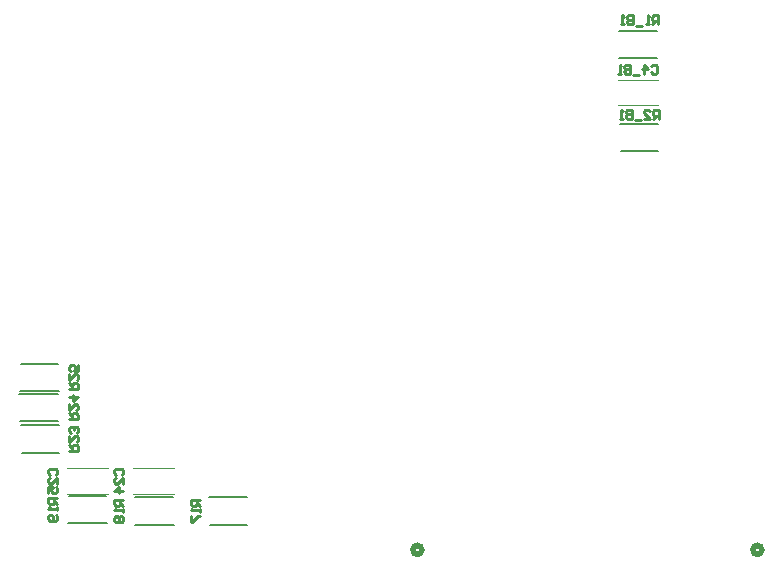
<source format=gbo>
G04*
G04 #@! TF.GenerationSoftware,Altium Limited,Altium Designer,21.9.2 (33)*
G04*
G04 Layer_Color=32896*
%FSLAX25Y25*%
%MOIN*%
G70*
G04*
G04 #@! TF.SameCoordinates,A0D018B4-DB31-4F92-A021-C5504D576F11*
G04*
G04*
G04 #@! TF.FilePolarity,Positive*
G04*
G01*
G75*
%ADD12C,0.02000*%
%ADD17C,0.00472*%
%ADD18C,0.00500*%
%ADD20C,0.01000*%
D12*
X218460Y12000D02*
G03*
X218460Y12000I-1500J0D01*
G01*
X331799D02*
G03*
X331799Y12000I-1500J0D01*
G01*
D17*
X283807Y168791D02*
X297193D01*
X283807Y160209D02*
X297193D01*
X100307Y39291D02*
X113693D01*
X100307Y30709D02*
X113693D01*
X122307Y39291D02*
X135693D01*
X122307Y30709D02*
X135693D01*
D18*
X84811Y53600D02*
X97646D01*
X85013Y44400D02*
X97611D01*
X84307Y64100D02*
X97142D01*
X84509Y54900D02*
X97107D01*
X84665Y64900D02*
X97500D01*
X84700Y74100D02*
X97299D01*
X284500Y154100D02*
X297335D01*
X284701Y144900D02*
X297300D01*
X284165Y175900D02*
X297000D01*
X284200Y185100D02*
X296799D01*
X100700Y30100D02*
X113299D01*
X100665Y20900D02*
X113500D01*
X147701Y20400D02*
X160300D01*
X147500Y29600D02*
X160335D01*
X122889D02*
X135487D01*
X122854Y20400D02*
X135689D01*
D20*
X101000Y65501D02*
X103999D01*
Y67001D01*
X103500Y67501D01*
X102500D01*
X102000Y67001D01*
Y65501D01*
Y66501D02*
X101000Y67501D01*
Y70500D02*
Y68500D01*
X103000Y70500D01*
X103500D01*
X103999Y70000D01*
Y69000D01*
X103500Y68500D01*
X103999Y73499D02*
Y71499D01*
X102500D01*
X103000Y72499D01*
Y72999D01*
X102500Y73499D01*
X101500D01*
X101000Y72999D01*
Y71999D01*
X101500Y71499D01*
X100808Y55501D02*
X103807D01*
Y57001D01*
X103307Y57501D01*
X102307D01*
X101807Y57001D01*
Y55501D01*
Y56501D02*
X100808Y57501D01*
Y60500D02*
Y58500D01*
X102807Y60500D01*
X103307D01*
X103807Y60000D01*
Y59000D01*
X103307Y58500D01*
X100808Y62999D02*
X103807D01*
X102307Y61499D01*
Y63499D01*
X101000Y45001D02*
X103999D01*
Y46501D01*
X103500Y47001D01*
X102500D01*
X102000Y46501D01*
Y45001D01*
Y46001D02*
X101000Y47001D01*
Y50000D02*
Y48000D01*
X103000Y50000D01*
X103500D01*
X103999Y49500D01*
Y48500D01*
X103500Y48000D01*
Y50999D02*
X103999Y51499D01*
Y52499D01*
X103500Y52999D01*
X103000D01*
X102500Y52499D01*
Y51999D01*
Y52499D01*
X102000Y52999D01*
X101500D01*
X101000Y52499D01*
Y51499D01*
X101500Y50999D01*
X97000Y29249D02*
X94001D01*
Y27749D01*
X94500Y27249D01*
X95500D01*
X96000Y27749D01*
Y29249D01*
Y28249D02*
X97000Y27249D01*
Y26250D02*
Y25250D01*
Y25750D01*
X94001D01*
X94500Y26250D01*
X96500Y23751D02*
X97000Y23251D01*
Y22251D01*
X96500Y21751D01*
X94500D01*
X94001Y22251D01*
Y23251D01*
X94500Y23751D01*
X95000D01*
X95500Y23251D01*
Y21751D01*
X119000Y28749D02*
X116000D01*
Y27249D01*
X116500Y26749D01*
X117500D01*
X118000Y27249D01*
Y28749D01*
Y27749D02*
X119000Y26749D01*
Y25750D02*
Y24750D01*
Y25250D01*
X116000D01*
X116500Y25750D01*
Y23251D02*
X116000Y22751D01*
Y21751D01*
X116500Y21251D01*
X117000D01*
X117500Y21751D01*
X118000Y21251D01*
X118500D01*
X119000Y21751D01*
Y22751D01*
X118500Y23251D01*
X118000D01*
X117500Y22751D01*
X117000Y23251D01*
X116500D01*
X117500Y22751D02*
Y21751D01*
X144500Y28749D02*
X141500D01*
Y27249D01*
X142000Y26749D01*
X143000D01*
X143500Y27249D01*
Y28749D01*
Y27749D02*
X144500Y26749D01*
Y25750D02*
Y24750D01*
Y25250D01*
X141500D01*
X142000Y25750D01*
X141500Y23251D02*
Y21251D01*
X142000D01*
X144000Y23251D01*
X144500D01*
X297498Y155750D02*
Y158749D01*
X295998D01*
X295498Y158250D01*
Y157250D01*
X295998Y156750D01*
X297498D01*
X296498D02*
X295498Y155750D01*
X292499D02*
X294499D01*
X292499Y157750D01*
Y158250D01*
X292999Y158749D01*
X293999D01*
X294499Y158250D01*
X291500Y155251D02*
X289500D01*
X288501Y158749D02*
Y155750D01*
X287001D01*
X286502Y156250D01*
Y156750D01*
X287001Y157250D01*
X288501D01*
X287001D01*
X286502Y157750D01*
Y158250D01*
X287001Y158749D01*
X288501D01*
X285502Y155750D02*
X284502D01*
X285002D01*
Y158749D01*
X285502Y158250D01*
X297248Y187250D02*
Y190249D01*
X295748D01*
X295249Y189750D01*
Y188750D01*
X295748Y188250D01*
X297248D01*
X296248D02*
X295249Y187250D01*
X294249D02*
X293249D01*
X293749D01*
Y190249D01*
X294249Y189750D01*
X291750Y186751D02*
X289750D01*
X288751Y190249D02*
Y187250D01*
X287251D01*
X286751Y187750D01*
Y188250D01*
X287251Y188750D01*
X288751D01*
X287251D01*
X286751Y189250D01*
Y189750D01*
X287251Y190249D01*
X288751D01*
X285752Y187250D02*
X284752D01*
X285252D01*
Y190249D01*
X285752Y189750D01*
X94500Y36999D02*
X94001Y37499D01*
Y38499D01*
X94500Y38999D01*
X96500D01*
X97000Y38499D01*
Y37499D01*
X96500Y36999D01*
X97000Y34000D02*
Y36000D01*
X95000Y34000D01*
X94500D01*
X94001Y34500D01*
Y35500D01*
X94500Y36000D01*
X94001Y31001D02*
Y33001D01*
X95500D01*
X95000Y32001D01*
Y31501D01*
X95500Y31001D01*
X96500D01*
X97000Y31501D01*
Y32501D01*
X96500Y33001D01*
X116500Y36999D02*
X116000Y37499D01*
Y38499D01*
X116500Y38999D01*
X118500D01*
X119000Y38499D01*
Y37499D01*
X118500Y36999D01*
X119000Y34000D02*
Y36000D01*
X117000Y34000D01*
X116500D01*
X116000Y34500D01*
Y35500D01*
X116500Y36000D01*
X119000Y31501D02*
X116000D01*
X117500Y33001D01*
Y31001D01*
X294999Y173250D02*
X295498Y173749D01*
X296498D01*
X296998Y173250D01*
Y171250D01*
X296498Y170750D01*
X295498D01*
X294999Y171250D01*
X292499Y170750D02*
Y173749D01*
X293999Y172250D01*
X292000D01*
X291000Y170251D02*
X289001D01*
X288001Y173749D02*
Y170750D01*
X286501D01*
X286001Y171250D01*
Y171750D01*
X286501Y172250D01*
X288001D01*
X286501D01*
X286001Y172750D01*
Y173250D01*
X286501Y173749D01*
X288001D01*
X285002Y170750D02*
X284002D01*
X284502D01*
Y173749D01*
X285002Y173250D01*
M02*

</source>
